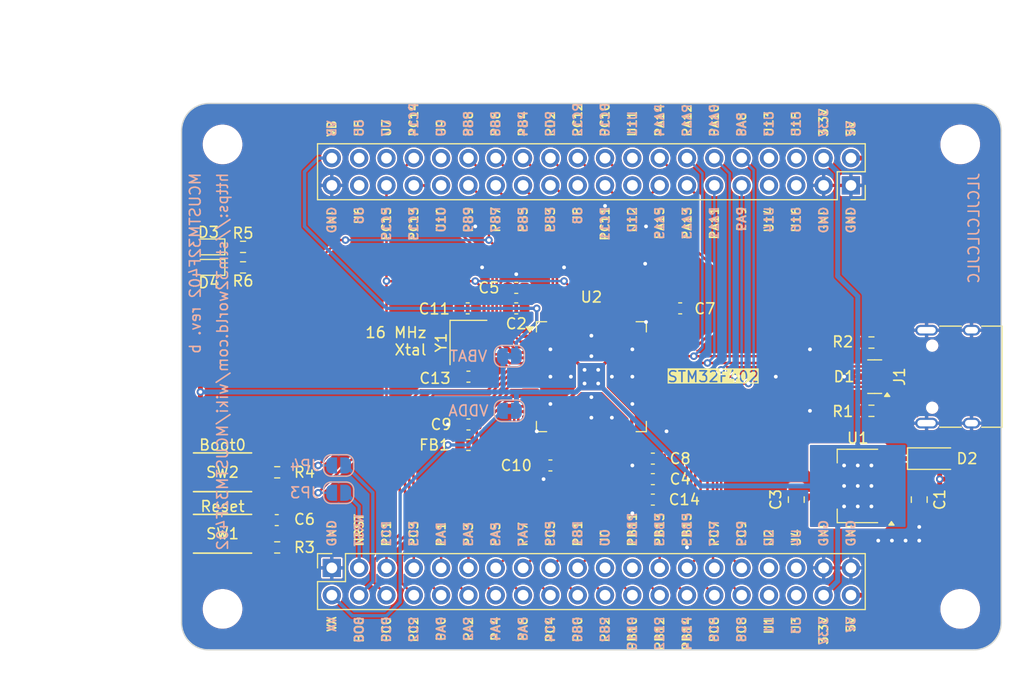
<source format=kicad_pcb>
(kicad_pcb (version 20241229) (generator "pcbnew") (generator_version "9.0")
  (title_block (title "${TITLE}") (rev "${REVISION}") (company "${COMPANY}") (comment 1 "${AUTHOR_EMAIL}") (comment 2 "${AUTHOR}") (comment 3 "${URL}"))
  (layers (0 "F.Cu" signal) (2 "B.Cu" signal) (13 "F.Paste" user) (15 "B.Paste" user) (5 "F.SilkS" user "F.Silkscreen") (7 "B.SilkS" user "B.Silkscreen") (1 "F.Mask" user) (3 "B.Mask" user) (25 "Edge.Cuts" user))
  (property "AUTHOR" "Lars Boegild Thomsen")
  (property "AUTHOR_EMAIL" "lth@stm32world.com")
  (property "COMPANY" "STM32World")
  (property "REVISION" "b")
  (property "TITLE" "MCUSTM32F402")
  (property "URL" "https://stm32world.com/wiki/MCUSTM32F402")
  (net 0 "")
  (net 1 "+3V3")
  (net 2 "GND")
  (net 3 "PB9")
  (net 4 "PB8")
  (net 5 "PB7")
  (net 6 "PB6")
  (net 7 "PB5")
  (net 8 "PB4")
  (net 9 "PB3")
  (net 10 "PD2")
  (net 11 "PC12")
  (net 12 "PC11")
  (net 13 "PC10")
  (net 14 "PA15")
  (net 15 "PA14")
  (net 16 "PA13")
  (net 17 "PA12")
  (net 18 "PA11")
  (net 19 "PA10")
  (net 20 "PA9")
  (net 21 "PA8")
  (net 22 "PC9")
  (net 23 "PC8")
  (net 24 "PC7")
  (net 25 "PC6")
  (net 26 "PB15")
  (net 27 "PB14")
  (net 28 "PB13")
  (net 29 "PB12")
  (net 30 "PB10")
  (net 31 "PB2")
  (net 32 "PB1")
  (net 33 "PB0")
  (net 34 "PC5")
  (net 35 "PC4")
  (net 36 "PA7")
  (net 37 "PA6")
  (net 38 "PA5")
  (net 39 "PA4")
  (net 40 "PA3")
  (net 41 "PA2")
  (net 42 "PA1")
  (net 43 "PA0")
  (net 44 "PC3")
  (net 45 "PC2")
  (net 46 "PC1")
  (net 47 "PC0")
  (net 48 "NRST")
  (net 49 "PC14")
  (net 50 "PC13")
  (net 51 "+5V")
  (net 52 "Net-(U2-PH0)")
  (net 53 "VBUS")
  (net 54 "Net-(U2-PH1)")
  (net 55 "BO0")
  (net 56 "VBAT")
  (net 57 "Net-(U2-VCAP1)")
  (net 58 "Net-(D4-K)")
  (net 59 "Net-(D3-K)")
  (net 60 "Net-(J1-CC1)")
  (net 62 "Net-(J1-CC2)")
  (net 78 "VA")
  (net 82 "VDDA")
  (net 83 "HNRST")
  (net 84 "HBO0")
  (footprint "Diode_SMD:D_SOD-123" (layer "F.Cu") (at 184.15 109.22)
    (property "Reference" "D2")
    (property "Value" "B5819W")
  )
  (footprint "stm32world:USB_C_Receptacle_HRO_TYPE-C-31-M-12" (layer "F.Cu") (at 186.69 101.6 90)
    (property "Reference" "J1")
    (property "Value" "TYPE-C-31-M-12")
  )
  (footprint "Capacitor_SMD:C_0603_1608Metric" (layer "F.Cu") (at 145.415 93.345 180)
    (property "Reference" "C5")
    (property "Value" "C_100NF_0603")
  )
  (footprint "Capacitor_SMD:C_0603_1608Metric" (layer "F.Cu") (at 160.655 95.25)
    (property "Reference" "C7")
    (property "Value" "C_100NF_0603")
  )
  (footprint "Capacitor_SMD:C_0603_1608Metric" (layer "F.Cu") (at 158.115 109.22)
    (property "Reference" "C8")
    (property "Value" "C_100NF_0603")
  )
  (footprint "Capacitor_SMD:C_0603_1608Metric" (layer "F.Cu") (at 148.59 109.855 180)
    (property "Reference" "C10")
    (property "Value" "C_100NF_0603")
  )
  (footprint "Package_TO_SOT_SMD:SOT-223-3_TabPin2" (layer "F.Cu") (at 177.165 111.76 180)
    (property "Reference" "U1")
    (property "Value" "AMS1117-3.3")
  )
  (footprint "Capacitor_SMD:C_0805_2012Metric" (layer "F.Cu") (at 182.88 113.03 -90)
    (property "Reference" "C1")
    (property "Value" "C_10UF_0805")
  )
  (footprint "Capacitor_SMD:C_0603_1608Metric" (layer "F.Cu") (at 123.15 114.935)
    (property "Reference" "C6")
    (property "Value" "C_100NF_0603")
  )
  (footprint "LED_SMD:LED_0603_1608Metric" (layer "F.Cu") (at 116.84 89.535 180)
    (property "Reference" "D3")
    (property "Value" "LED_GREEN_0603")
  )
  (footprint "LED_SMD:LED_0603_1608Metric" (layer "F.Cu") (at 116.84 91.44 180)
    (property "Reference" "D4")
    (property "Value" "LED_BLUE_0603")
  )
  (footprint "Resistor_SMD:R_0603_1608Metric" (layer "F.Cu") (at 178.435 104.775)
    (property "Reference" "R1")
    (property "Value" "R_5.1K_0603")
  )
  (footprint "Resistor_SMD:R_0603_1608Metric" (layer "F.Cu") (at 178.435 98.425)
    (property "Reference" "R2")
    (property "Value" "R_5.1K_0603")
  )
  (footprint "Resistor_SMD:R_0603_1608Metric" (layer "F.Cu") (at 120.015 89.535)
    (property "Reference" "R5")
    (property "Value" "R_220_0603")
  )
  (footprint "Resistor_SMD:R_0603_1608Metric" (layer "F.Cu") (at 120.015 91.44)
    (property "Reference" "R6")
    (property "Value" "R_220_0603")
  )
  (footprint "Capacitor_SMD:C_0603_1608Metric" (layer "F.Cu") (at 140.9 95.25)
    (property "Reference" "C11")
    (property "Value" "C_20PF_0603")
  )
  (footprint "Capacitor_SMD:C_0603_1608Metric" (layer "F.Cu") (at 140.97 101.6 180)
    (property "Reference" "C13")
    (property "Value" "C_20PF_0603")
  )
  (footprint "Capacitor_SMD:C_0603_1608Metric" (layer "F.Cu") (at 158.115 111.125)
    (property "Reference" "C4")
    (property "Value" "C_1UF_0603")
  )
  (footprint "Capacitor_SMD:C_0603_1608Metric" (layer "F.Cu") (at 158.115 113.03)
    (property "Reference" "C14")
    (property "Value" "C_2.2UF_0603")
  )
  (footprint "Resistor_SMD:R_0603_1608Metric" (layer "F.Cu") (at 123.19 117.475 180)
    (property "Reference" "R3")
    (property "Value" "R_10K_0603")
  )
  (footprint "Resistor_SMD:R_0603_1608Metric" (layer "F.Cu") (at 123.19 110.49)
    (property "Reference" "R4")
    (property "Value" "R_10K_0603")
  )
  (footprint "Crystal:Crystal_SMD_3225-4Pin_3.2x2.5mm" (layer "F.Cu") (at 140.97 98.425 -90)
    (property "Reference" "Y1")
    (property "Value" "X_16MHZ")
  )
  (footprint "Capacitor_SMD:C_0805_2012Metric" (layer "F.Cu") (at 171.45 113.03 -90)
    (property "Reference" "C3")
    (property "Value" "C_10UF_0805")
  )
  (footprint "Capacitor_SMD:C_0603_1608Metric" (layer "F.Cu") (at 140.97 106.045 180)
    (property "Reference" "C9")
    (property "Value" "C_100NF_0603")
  )
  (footprint "stm32world:PinSocket_2x20_P2.54mm_Vertical_Stackable" (layer "F.Cu") (at 128.27 119.38 90)
    (property "Reference" "J2" (hide yes))
    (property "Value" "STM32WORLD_CONNECTOR_1")
  )
  (footprint "Inductor_SMD:L_0603_1608Metric" (layer "F.Cu") (at 140.97 107.95)
    (property "Reference" "FB1")
    (property "Value" "FB_0603")
  )
  (footprint "stm32world:TS-1088R-02526" (layer "F.Cu") (at 118.11 116.205)
    (property "Reference" "SW1")
    (property "Value" "TS-1088R-02526")
  )
  (footprint "stm32world:TS-1088R-02526" (layer "F.Cu") (at 118.11 110.49 180)
    (property "Reference" "SW2")
    (property "Value" "TS-1088R-02526")
  )
  (footprint "stm32world:PinSocket_2x20_P2.54mm_Vertical_Stackable" (layer "F.Cu") (at 176.53 83.82 -90)
    (property "Reference" "J3" (hide yes))
    (property "Value" "STM32WORLD_CONNECTOR_2")
  )
  (footprint "Capacitor_SMD:C_0603_1608Metric" (layer "F.Cu") (at 145.415 95.25 180)
    (property "Reference" "C2")
    (property "Value" "C_100NF_0603")
  )
  (footprint "Package_QFP:LQFP-64_10x10mm_P0.5mm" (layer "F.Cu") (at 152.4 101.6)
    (property "Reference" "U2")
    (property "Value" "STM32F402RCTx")
  )
  (footprint "stm32world:STM32WORLD_BOARD" (layer "F.Cu") (at 152.4 101.6)
    (property "Reference" "J4" (hide yes))
    (property "Value" "STM32WORLD_BOARD")
    (fp_line (start -38.1 22.86) (end -38.1 -22.86) (stroke (width 0.12)) (layer "Edge.Cuts"))
    (fp_line (start -35.56 -25.4) (end 35.56 -25.4) (stroke (width 0.12)) (layer "Edge.Cuts"))
    (fp_line (start 35.56 25.4) (end -35.56 25.4) (stroke (width 0.12)) (layer "Edge.Cuts"))
    (fp_line (start 38.1 -22.86) (end 38.1 22.86) (stroke (width 0.12)) (layer "Edge.Cuts"))
    (fp_arc (start -38.1 -22.86) (mid -37.356051 -24.656051) (end -35.56 -25.4) (stroke (width 0.12)) (layer "Edge.Cuts"))
    (fp_arc (start -35.56 25.4) (mid -37.356051 24.656051) (end -38.1 22.86) (stroke (width 0.12)) (layer "Edge.Cuts"))
    (fp_arc (start 35.56 -25.4) (mid 37.356051 -24.656051) (end 38.1 -22.86) (stroke (width 0.12)) (layer "Edge.Cuts"))
    (fp_arc (start 38.1 22.86) (mid 37.356051 24.656051) (end 35.56 25.4) (stroke (width 0.12)) (layer "Edge.Cuts"))
  )
  (footprint "Package_TO_SOT_SMD:SOT-23" (layer "F.Cu") (at 178.7375 101.6 180)
    (property "Reference" "D1")
    (property "Value" "PSM712")
  )
  (footprint "Jumper:SolderJumper-2_P1.3mm_Bridged_RoundedPad1.0x1.5mm" (layer "B.Cu") (at 144.78 104.775 180)
    (property "Reference" "JP2" (hide yes))
    (property "Value" "SolderJumper_2_Bridged")
  )
  (footprint "Jumper:SolderJumper-2_P1.3mm_Bridged_RoundedPad1.0x1.5mm" (layer "B.Cu") (at 144.78 99.695)
    (property "Reference" "JP1" (hide yes))
    (property "Value" "SolderJumper_2_Bridged")
  )
  (footprint "Jumper:SolderJumper-2_P1.3mm_Open_RoundedPad1.0x1.5mm" (layer "B.Cu") (at 128.905 112.395)
    (property "Reference" "JP3")
    (property "Value" "JUMP2")
  )
  (footprint "Jumper:SolderJumper-2_P1.3mm_Open_RoundedPad1.0x1.5mm" (layer "B.Cu") (at 128.905 109.855)
    (property "Reference" "JP4")
    (property "Value" "JUMP2")
  )
  (gr_text "Reset" (at 118.11 113.665 0) (layer "F.SilkS") (effects (font (size 1 1))))
  (gr_text "Boot0" (at 118.11 107.95 0) (layer "F.SilkS") (effects (font (size 1 1))))
  (gr_text "STM32F402" (at 159.385 101.6 0) (layer "F.SilkS" knockout) (effects (font (size 1 1)) (justify left)))
  (gr_text "16 MHz\nXtal" (at 137.16 99.695 0) (layer "F.SilkS") (effects (font (size 1 1)) (justify right bottom)))
  (gr_text "VDDA" (at 140.97 104.775 0) (layer "B.SilkS") (effects (font (size 1 1)) (justify mirror)))
  (gr_text "VBAT" (at 140.97 99.695 0) (layer "B.SilkS") (effects (font (size 1 1)) (justify mirror)))
  (segment (start 153.035 102.235) (end 156.15 105.35) (width 0.3048) (layer "F.Cu") (net 1))
  (segment (start 118.1433 115.2633) (end 118.1433 116.8733) (width 0.2286) (layer "F.Cu") (net 1))
  (segment (start 156.15 105.35) (end 156.15 107.275) (width 0.3048) (layer "F.Cu") (net 1))
  (segment (start 148.65 97.85) (end 148.65 95.925) (width 0.3048) (layer "F.Cu") (net 1))
  (segment (start 158.075 97.85) (end 158.075 97.055) (width 0.3048) (layer "F.Cu") (net 1))
  (segment (start 156.845 109.22) (end 156.21 108.585) (width 0.3048) (layer "F.Cu") (net 1))
  (segment (start 156.15 108.525) (end 156.15 107.275) (width 0.3048) (layer "F.Cu") (net 1))
  (segment (start 119.4867 118.2167) (end 123.2733 118.2167) (width 0.2286) (layer "F.Cu") (net 1))
  (segment (start 156.15 108.525) (end 156.21 108.585) (width 0.2286) (layer "F.Cu") (net 1))
  (segment (start 123.2733 118.2167) (end 124.015 117.475) (width 0.2286) (layer "F.Cu") (net 1))
  (segment (start 151.765 100.965) (end 153.035 100.965) (width 0.4572) (layer "F.Cu") (net 1))
  (segment (start 149.365 108.725) (end 149.365 109.855) (width 0.3048) (layer "F.Cu") (net 1))
  (segment (start 157.34 109.22) (end 156.845 109.22) (width 0.3048) (layer "F.Cu") (net 1))
  (segment (start 151.765 100.965) (end 148.65 97.85) (width 0.3048) (layer "F.Cu") (net 1))
  (segment (start 149.65 107.275) (end 149.65 108.44) (width 0.3048) (layer "F.Cu") (net 1))
  (segment (start 151.765 102.235) (end 151.765 100.965) (width 0.4572) (layer "F.Cu") (net 1))
  (segment (start 156.15 97.85) (end 153.035 100.965) (width 0.3048) (layer "F.Cu") (net 1))
  (segment (start 149.65 108.44) (end 149.365 108.725) (width 0.3048) (layer "F.Cu") (net 1))
  (segment (start 116.0525 89.535) (end 116.0525 110.3475) (width 0.4572) (layer "F.Cu") (net 1))
  (segment (start 118.1433 116.8733) (end 119.4867 118.2167) (width 0.2286) (layer "F.Cu") (net 1))
  (segment (start 149.65 104.35) (end 151.765 102.235) (width 0.3048) (layer "F.Cu") (net 1))
  (segment (start 157.34 109.22) (end 157.34 111.125) (width 0.3048) (layer "F.Cu") (net 1))
  (segment (start 115.91 110.49) (end 115.91 113.03) (width 0.2286) (layer "F.Cu") (net 1))
  (segment (start 158.075 97.85) (end 156.15 97.85) (width 0.3048) (layer "F.Cu") (net 1))
  (segment (start 147.32 93.345) (end 146.19 93.345) (width 0.3048) (layer "F.Cu") (net 1))
  (segment (start 115.91 113.03) (end 118.1433 115.2633) (width 0.2286) (layer "F.Cu") (net 1))
  (segment (start 148.65 95.925) (end 148.65 94.675) (width 0.3048) (layer "F.Cu") (net 1))
  (segment (start 153.035 100.965) (end 153.035 102.235) (width 0.4572) (layer "F.Cu") (net 1))
  (segment (start 171.45 112.08) (end 173.695 112.08) (width 0.4572) (layer "F.Cu") (net 1))
  (segment (start 158.075 97.055) (end 159.88 95.25) (width 0.3048) (layer "F.Cu") (net 1))
  (segment (start 149.65 107.275) (end 149.65 104.35) (width 0.3048) (layer "F.Cu") (net 1))
  (segment (start 153.035 102.235) (end 151.765 102.235) (width 0.4572) (layer "F.Cu") (net 1))
  (segment (start 178.435 111.76) (end 180.315 111.76) (width 0.4572) (layer "F.Cu") (net 1))
  (segment (start 148.65 94.675) (end 147.32 93.345) (width 0.3048) (layer "F.Cu") (net 1))
  (via (at 178.435 109.855) (size 0.7) (drill 0.35) (layers "F.Cu" "B.Cu") (net 1))
  (via (at 177.165 109.855) (size 0.7) (drill 0.35) (layers "F.Cu" "B.Cu") (net 1))
  (via (at 175.895 109.855) (size 0.7) (drill 0.35) (layers "F.Cu" "B.Cu") (net 1))
  (via (at 175.895 113.665) (size 0.7) (drill 0.35) (layers "F.Cu" "B.Cu") (net 1))
  (via (at 177.165 113.665) (size 0.7) (drill 0.35) (layers "F.Cu" "B.Cu") (net 1))
  (via (at 178.435 113.665) (size 0.7) (drill 0.35) (layers "F.Cu" "B.Cu") (net 1))
  (via (at 151.765 100.965) (size 0.7) (drill 0.35) (layers "F.Cu" "B.Cu") (net 1))
  (via (at 175.895 111.76) (size 0.7) (drill 0.35) (layers "F.Cu" "B.Cu") (net 1))
  (via (at 116.0525 103.0225) (size 0.7) (drill 0.35) (layers "F.Cu" "B.Cu") (net 1))
  (via (at 153.035 100.965) (size 0.7) (drill 0.35) (layers "F.Cu" "B.Cu") (net 1))
  (via (at 177.165 111.76) (size 0.7) (drill 0.35) (layers "F.Cu" "B.Cu") (net 1))
  (via (at 151.765 102.235) (size 0.7) (drill 0.35) (layers "F.Cu" "B.Cu") (net 1))
  (via (at 178.435 111.76) (size 0.7) (drill 0.35) (layers "F.Cu" "B.Cu") (net 1))
  (via (at 153.035 102.235) (size 0.7) (drill 0.35) (layers "F.Cu" "B.Cu") (net 1))
  (segment (start 144.1825 103.0225) (end 150.9775 103.0225) (width 0.4572) (layer "B.Cu") (net 1))
  (segment (start 145.43 104.775) (end 145.43 103.16) (width 0.4572) (layer "B.Cu") (net 1))
  (segment (start 177.165 94.125) (end 177.165 109.855) (width 0.4572) (layer "B.Cu") (net 1))
  (segment (start 153.035 102.235) (end 153.035 100.965) (width 0.4572) (layer "B.Cu") (net 1))
  (segment (start 175.298999 82.588999) (end 175.298999 92.258999) (width 0.4572) (layer "B.Cu") (net 1))
  (segment (start 144.1825 103.0225) (end 116.0525 103.0225) (width 0.4572) (layer "B.Cu") (net 1))
  (segment (start 173.99 81.28) (end 175.298999 82.588999) (width 0.4572) (layer "B.Cu") (net 1))
  (segment (start 175.298999 115.531001) (end 175.298999 120.611001) (width 0.4572) (layer "B.Cu") (net 1))
  (segment (start 151.765 100.965) (end 151.765 102.235) (width 0.4572) (layer "B.Cu") (net 1))
  (segment (start 175.298999 92.258999) (end 177.165 94.125) (width 0.4572) (layer "B.Cu") (net 1))
  (segment (start 177.165 113.665) (end 175.298999 115.531001) (width 0.4572) (layer "B.Cu") (net 1))
  (segment (start 175.298999 120.611001) (end 173.99 121.92) (width 0.4572) (layer "B.Cu") (net 1))
  (segment (start 151.765 102.235) (end 150.9775 103.0225) (width 0.4572) (layer "B.Cu") (net 1))
  (segment (start 177.165 111.76) (end 162.56 111.76) (width 0.4572) (layer "B.Cu") (net 1))
  (segment (start 153.035 102.235) (end 162.56 111.76) (width 0.4572) (layer "B.Cu") (net 1))
  (segment (start 151.765 102.235) (end 153.035 102.235) (width 0.4572) (layer "B.Cu") (net 1))
  (segment (start 144.1825 103.0225) (end 144.1825 99.7475) (width 0.4572) (layer "B.Cu") (net 1))
  (segment (start 153.035 100.965) (end 151.765 100.965) (width 0.4572) (layer "B.Cu") (net 1))
  (via (at 159.385 106.68) (size 0.7) (drill 0.35) (layers "F.Cu" "B.Cu") (net 2))
  (via (at 156.21 114.3) (size 0.7) (drill 0.35) (layers "F.Cu" "B.Cu") (net 2))
  (via (at 161.29 117.475) (size 0.7) (drill 0.35) (layers "F.Cu" "B.Cu") (net 2))
  (via (at 156.21 99.06) (size 0.7) (drill 0.35) (layers "F.Cu" "B.Cu") (net 2))
  (via (at 153.67 85.725) (size 0.7) (drill 0.35) (layers "F.Cu" "B.Cu") (net 2))
  (via (at 157.4 91.1) (size 0.7) (drill 0.35) (layers "F.Cu" "B.Cu") (net 2))
  (via (at 156.21 101.6) (size 0.7) (drill 0.35) (layers "F.Cu" "B.Cu") (net 2))
  (via (at 148.59 104.14) (size 0.7) (drill 0.35) (layers "F.Cu" "B.Cu") (net 2))
  (via (at 180.34 116.84) (size 0.7) (drill 0.35) (layers "F.Cu" "B.Cu") (net 2))
  (via (at 152.4 105.41) (size 0.7) (drill 0.35) (layers "F.Cu" "B.Cu") (net 2))
  (via (at 152.4 103.505) (size 0.7) (drill 0.35) (layers "F.Cu" "B.Cu") (net 2))
  (via (at 152.4 97.79) (size 0.7) (drill 0.35) (layers "F.Cu" "B.Cu") (net 2))
  (via (at 175.895 101.6) (size 0.7) (drill 0.35) (layers "F.Cu" "B.Cu") (net 2))
  (via (at 172.72 99.06) (size 0.7) (drill 0.35) (layers "F.Cu" "B.Cu") (net 2))
  (via (at 147.32 106.68) (size 0.7) (drill 0.35) (layers "F.Cu" "B.Cu") (net 2))
  (via (at 182.88 116.84) (size 0.7) (drill 0.35) (layers "F.Cu" "B.Cu") (net 2))
  (via (at 154.305 101.6) (size 0.7) (drill 0.35) (layers "F.Cu" "B.Cu") (net 2))
  (via (at 182.88 115.57) (size 0.7) (drill 0.35) (layers "F.Cu" "B.Cu") (net 2))
  (via (at 157.48 87.63) (size 0.7) (drill 0.35) (layers "F.Cu" "B.Cu") (net 2))
  (via (at 154.305 105.41) (size 0.7) (drill 0.35) (layers "F.Cu" "B.Cu") (net 2))
  (via (at 150.495 101.6) (size 0.7) (drill 0.35) (layers "F.Cu" "B.Cu") (net 2))
  (via (at 172.72 104.775) (size 0.7) (drill 0.35) (layers "F.Cu" "B.Cu") (net 2))
  (via (at 142.24 91.44) (size 0.7) (drill 0.35) (layers "F.Cu" "B.Cu") (net 2))
  (via (at 157.48 96.52) (size 0.7) (drill 0.35) (layers "F.Cu" "B.Cu") (net 2))
  (via (at 156.21 104.14) (size 0.7) (drill 0.35) (layers "F.Cu" "B.Cu") (net 2))
  (via (at 156.21 109.855) (size 0.7) (drill 0.35) (layers "F.Cu" "B.Cu") (net 2))
  (via (at 179.07 116.84) (size 0.7) (drill 0.35) (layers "F.Cu" "B.Cu") (net 2))
  (via (at 148.59 99.06) (size 0.7) (drill 0.35) (layers "F.Cu" "B.Cu") (net 2))
  (via (at 148.59 101.6) (size 0.7) (drill 0.35) (layers "F.Cu" "B.Cu") (net 2))
  (via (at 139.065 106.045) (size 0.7) (drill 0.35) (layers "F.Cu" "B.Cu") (net 2))
  (via (at 149.86 91.44) (size 0.7) (drill 0.35) (layers "F.Cu" "B.Cu") (net 2))
  (via (at 147.955 111.125) (size 0.7) (drill 0.35) (layers "F.Cu" "B.Cu") (net 2))
  (via (at 169.545 101.6) (size 0.7) (drill 0.35) (layers "F.Cu" "B.Cu") (net 2))
  (via (at 152.4 99.695) (size 0.7) (drill 0.35) (layers "F.Cu" "B.Cu") (net 2))
  (via (at 141.605 87.63) (size 0.7) (drill 0.35) (layers "F.Cu" "B.Cu") (net 2))
  (via (at 145.415 92.075) (size 0.7) (drill 0.35) (layers "F.Cu" "B.Cu") (net 2))
  (via (at 181.61 116.84) (size 0.7) (drill 0.35) (layers "F.Cu" "B.Cu") (net 2))
  (segment (start 144.189999 86.149999) (end 146.474999 86.149999) (width 0.2286) (layer "F.Cu") (net 3))
  (segment (start 147.32 86.995) (end 148.59 86.995) (width 0.2286) (layer "F.Cu") (net 3))
  (segment (start 148.816725 93.118275) (end 149.65 93.95155) (width 0.2286) (layer "F.Cu") (net 3))
  (segment (start 148.59 86.995) (end 148.816725 87.221725) (width 0.2286) (layer "F.Cu") (net 3))
  (segment (start 143.48 85.44) (end 144.189999 86.149999) (width 0.2286) (layer "F.Cu") (net 3))
  (segment (start 148.816725 87.221725) (end 148.816725 93.118275) (width 0.2286) (layer "F.Cu") (net 3))
  (segment (start 146.474999 86.149999) (end 147.32 86.995) (width 0.2286) (layer "F.Cu") (net 3))
  (segment (start 149.65 93.95155) (end 149.65 95.925) (width 0.2286) (layer "F.Cu") (net 3))
  (segment (start 142.72 85.44) (end 143.48 85.44) (width 0.2286) (layer "F.Cu") (net 3))
  (segment (start 141.1 83.82) (end 142.72 85.44) (width 0.2286) (layer "F.Cu") (net 3))
  (segment (start 142.215581 82.525581) (end 140.97 81.28) (width 0.2286) (layer "F.Cu") (net 4))
  (segment (start 150.15 93.91272) (end 149.197736 92.960456) (width 0.2286) (layer "F.Cu") (net 4))
  (segment (start 150.15 95.925) (end 150.15 93.91272) (width 0.2286) (layer "F.Cu") (net 4))
  (segment (start 145.997098 85.768988) (end 144.347818 85.768988) (width 0.2286) (layer "F.Cu") (net 4))
  (segment (start 144.347818 85.768988) (end 143.637819 85.058989) (width 0.2286) (layer "F.Cu") (net 4))
  (segment (start 147.382101 86.518991) (end 146.632608 85.769498) (width 0.2286) (layer "F.Cu") (net 4))
  (segment (start 143.637819 85.058989) (end 142.877819 85.058989) (width 0.2286) (layer "F.Cu") (net 4))
  (segment (start 142.877819 85.058989) (end 142.215581 84.396751) (width 0.2286) (layer "F.Cu") (net 4))
  (segment (start 146.632608 85.769498) (end 145.997608 85.769498) (width 0.2286) (layer "F.Cu") (net 4))
  (segment (start 142.215581 84.396751) (end 142.215581 82.525581) (width 0.2286) (layer "F.Cu") (net 4))
  (segment (start 149.197736 92.960456) (end 149.197736 87.063906) (width 0.2286) (layer "F.Cu") (net 4))
  (segment (start 149.197736 87.063906) (end 148.652821 86.518991) (width 0.2286) (layer "F.Cu") (net 4))
  (segment (start 145.997608 85.769498) (end 145.997098 85.768988) (width 0.2286) (layer "F.Cu") (net 4))
  (segment (start 148.652821 86.518991) (end 147.382101 86.518991) (width 0.2286) (layer "F.Cu") (net 4))
  (segment (start 148.794184 86.079734) (end 147.480954 86.079734) (width 0.2286) (layer "F.Cu") (net 5))
  (segment (start 151.15 88.43555) (end 148.794184 86.079734) (width 0.2286) (layer "F.Cu") (net 5))
  (segment (start 146.277711 85.317711) (end 144.755371 85.317711) (width 0.2286) (layer "F.Cu") (net 5))
  (segment (start 151.15 95.925) (end 151.15 88.43555) (width 0.2286) (layer "F.Cu") (net 5))
  (segment (start 146.348997 85.388997) (end 146.277711 85.317711) (width 0.2286) (layer "F.Cu") (net 5))
  (segment (start 144.755371 85.317711) (end 143.51 84.07234) (width 0.2286) (layer "F.Cu") (net 5))
  (segment (start 146.790217 85.388997) (end 146.348997 85.388997) (width 0.2286) (layer "F.Cu") (net 5))
  (segment (start 147.480954 86.079734) (end 146.790217 85.388997) (width 0.2286) (layer "F.Cu") (net 5))
  (segment (start 146.507326 85.008496) (end 146.43553 84.9367) (width 0.2286) (layer "F.Cu") (net 6))
  (segment (start 144.626701 84.590211) (end 144.626701 82.396701) (width 0.2286) (layer "F.Cu") (net 6))
  (segment (start 146.43553 84.9367) (end 144.97319 84.9367) (width 0.2286) (layer "F.Cu") (net 6))
  (segment (start 151.65 95.925) (end 151.65 88.39744) (width 0.2286) (layer "F.Cu") (net 6))
  (segment (start 146.947826 85.008496) (end 146.507326 85.008496) (width 0.2286) (layer "F.Cu") (net 6))
  (segment (start 151.65 88.39744) (end 148.951283 85.698723) (width 0.2286) (layer "F.Cu") (net 6))
  (segment (start 148.951283 85.698723) (end 147.638053 85.698723) (width 0.2286) (layer "F.Cu") (net 6))
  (segment (start 144.626701 82.396701) (end 143.51 81.28) (width 0.2286) (layer "F.Cu") (net 6))
  (segment (start 147.638053 85.698723) (end 146.947826 85.008496) (width 0.2286) (layer "F.Cu") (net 6))
  (segment (start 144.97319 84.9367) (end 144.626701 84.590211) (width 0.2286) (layer "F.Cu") (net 6))
  (segment (start 147.795152 85.317712) (end 147.105435 84.627995) (width 0.2286) (layer "F.Cu") (net 7))
  (segment (start 152.15 95.925) (end 152.15 88.35933) (width 0.2286) (layer "F.Cu") (net 7))
  (segment (start 147.105435 84.627995) (end 146.665655 84.627995) (width 0.2286) (layer "F.Cu") (net 7))
  (segment (start 152.15 88.35933) (end 149.108382 85.317712) (width 0.2286) (layer "F.Cu") (net 7))
  (segment (start 149.108382 85.317712) (end 147.795152 85.317712) (width 0.2286) (layer "F.Cu") (net 7))
  (segment (start 146.665655 84.627995) (end 146.05 84.01234) (width 0.2286) (layer "F.Cu") (net 7))
  (segment (start 149.265481 84.936701) (end 152.65 88.32122) (width 0.2286) (layer "F.Cu") (net 8))
  (segment (start 147.166701 84.151151) (end 147.952251 84.936701) (width 0.2286) (layer "F.Cu") (net 8))
  (segment (start 152.65 88.32122) (end 152.65 95.925) (width 0.2286) (layer "F.Cu") (net 8))
  (segment (start 146.05 81.28) (end 147.166701 82.396701) (width 0.2286) (layer "F.Cu") (net 8))
  (segment (start 147.952251 84.936701) (end 149.265481 84.936701) (width 0.2286) (layer "F.Cu") (net 8))
  (segment (start 147.166701 82.396701) (end 147.166701 84.151151) (width 0.2286) (layer "F.Cu") (net 8))
  (segment (start 151.760821 86.740501) (end 148.84032 83.82) (width 0.2286) (layer "F.Cu") (net 9))
  (segment (start 153.15 95.925) (end 153.15 88.12896) (width 0.2286) (layer "F.Cu") (net 9))
  (segment (start 151.761541 86.740501) (end 151.760821 86.740501) (width 0.2286) (layer "F.Cu") (net 9))
  (segment (start 153.15 88.12896) (end 151.761541 86.740501) (width 0.2286) (layer "F.Cu") (net 9))
  (segment (start 150.013299 84.454149) (end 153.65 88.09085) (width 0.2286) (layer "F.Cu") (net 10))
  (segment (start 148.59 81.28) (end 150.013299 82.703299) (width 0.2286) (layer "F.Cu") (net 10))
  (segment (start 153.65 88.09085) (end 153.65 95.925) (width 0.2286) (layer "F.Cu") (net 10))
  (segment (start 150.013299 82.703299) (end 150.013299 84.454149) (width 0.2286) (layer "F.Cu") (net 10))
  (segment (start 154.15 88.02) (end 154.15 95.925) (width 0.2286) (layer "F.Cu") (net 11))
  (segment (start 152.246701 86.116701) (end 154.15 88.02) (width 0.2286) (layer "F.Cu") (net 11))
  (segment (start 152.246701 82.396701) (end 152.246701 86.116701) (width 0.2286) (layer "F.Cu") (net 11))
  (segment (start 151.13 81.28) (end 152.246701 82.396701) (width 0.2286) (layer "F.Cu") (net 11))
  (segment (start 154.65 95.925) (end 154.65 84.8) (width 0.2286) (layer "F.Cu") (net 12))
  (segment (start 154.65 84.8) (end 153.67 83.82) (width 0.2286) (layer "F.Cu") (net 12))
  (segment (start 154.786701 82.396701) (end 153.67 81.28) (width 0.2286) (layer "F.Cu") (net 13))
  (segment (start 155.15 84.412718) (end 154.786701 84.049419) (width 0.2286) (layer "F.Cu") (net 13))
  (segment (start 154.786701 84.049419) (end 154.786701 82.396701) (width 0.2286) (layer "F.Cu") (net 13))
  (segment (start 155.15 95.925) (end 155.15 84.412718) (width 0.2286) (layer "F.Cu") (net 13))
  (segment (start 155.65 85.88117) (end 156.672181 84.858989) (width 0.2286) (layer "F.Cu") (net 14))
  (segment (start 155.65 95.925) (end 155.65 85.88117) (width 0.2286) (layer "F.Cu") (net 14))
  (segment (start 156.672181 84.858989) (end 157.711011 84.858989) (width 0.2286) (layer "F.Cu") (net 14))
  (segment (start 157.711011 84.858989) (end 158.75 83.82) (width 0.2286) (layer "F.Cu") (net 14))
  (segment (start 156.15 95.925) (end 156.15 85.92) (width 0.2286) (layer "F.Cu") (net 15))
  (segment (start 156.83 85.24) (end 159.235 85.24) (width 0.2286) (layer "F.Cu") (net 15))
  (segment (start 160.02 84.455) (end 160.02 82.55) (width 0.2286) (layer "F.Cu") (net 15))
  (segment (start 156.15 85.92) (end 156.83 85.24) (width 0.2286) (layer "F.Cu") (net 15))
  (segment (start 160.02 82.55) (end 158.75 81.28) (width 0.2286) (layer "F.Cu") (net 15))
  (segment (start 159.235 85.24) (end 160.02 84.455) (width 0.2286) (layer "F.Cu") (net 15))
  (segment (start 162.306009 90.006009) (end 162.306009 84.836009) (width 0.2286) (layer "F.Cu") (net 16))
  (segment (start 158.075 98.85) (end 162.15 98.85) (width 0.2286) (layer "F.Cu") (net 16))
  (segment (start 163.65 97.35) (end 163.65 91.35) (width 0.2286) (layer "F.Cu") (net 16))
  (segment (start 162.306009 84.836009) (end 161.29 83.82) (width 0.2286) (layer "F.Cu") (net 16))
  (segment (start 163.65 91.35) (end 162.306009 90.006009) (width 0.2286) (layer "F.Cu") (net 16))
  (segment (start 162.15 98.85) (end 163.65 97.35) (width 0.2286) (layer "F.Cu") (net 16))
  (segment (start 182.645 100.85) (end 181.6914 100.85) (width 0.2286) (layer "F.Cu") (net 17))
  (segment (start 158.075 99.35) (end 161 99.35) (width 0.2286) (layer "F.Cu") (net 17))
  (segment (start 181.070062 100.85) (end 180.870062 100.65) (width 0.2286) (layer "F.Cu") (net 17))
  (segment (start 161.345 99.695) (end 161 99.35) (width 0.2286) (layer "F.Cu") (net 17))
  (segment (start 181.6914 100.85) (end 181.653299 100.888101) (width 0.2286) (layer "F.Cu") (net 17))
  (segment (start 161.925 99.695) (end 172.085 99.695) (width 0.2286) (layer "F.Cu") (net 17))
  (segment (start 172.085 99.695) (end 173.04 100.65) (width 0.2286) (layer "F.Cu") (net 17))
  (segment (start 181.653299 101.713361) (end 181.789938 101.85) (width 0.2286) (layer "F.Cu") (net 17))
  (segment (start 182.645 100.85) (end 181.070062 100.85) (width 0.2286) (layer "F.Cu") (net 17))
  (segment (start 181.789938 101.85) (end 182.645 101.85) (width 0.2286) (layer "F.Cu") (net 17))
  (segment (start 180.870062 100.65) (end 179.675 100.65) (width 0.2286) (layer "F.Cu") (net 17))
  (segment (start 173.04 100.65) (end 179.675 100.65) (width 0.2286) (layer "F.Cu") (net 17))
  (segment (start 181.653299 100.888101) (end 181.653299 101.713361) (width 0.2286) (layer "F.Cu") (net 17))
  (segment (start 161.925 99.695) (end 161.345 99.695) (width 0.2286) (layer "F.Cu") (net 17))
  (via (at 161.925 99.695) (size 0.7) (drill 0.35) (layers "F.Cu" "B.Cu") (net 17))
  (segment (start 161.29 81.28) (end 162.713299 82.703299) (width 0.2286) (layer "B.Cu") (net 17))
  (segment (start 162.713299 98.906701) (end 161.925 99.695) (width 0.2286) (layer "B.Cu") (net 17))
  (segment (start 162.713299 82.703299) (end 162.713299 98.906701) (width 0.2286) (layer "B.Cu") (net 17))
  (segment (start 160.81 99.85) (end 161.29 100.33) (width 0.2286) (layer "F.Cu") (net 18))
  (segment (start 183.636701 102.213361) (end 183.500062 102.35) (width 0.2286) (layer "F.Cu") (net 18))
  (segment (start 183.636701 101.388101) (end 183.636701 102.213361) (width 0.2286) (layer "F.Cu") (net 18))
  (segment (start 179.675 102.55) (end 180.875 102.55) (width 0.2286) (layer "F.Cu") (net 18))
  (segment (start 158.075 99.85) (end 160.81 99.85) (width 0.2286) (layer "F.Cu") (net 18))
  (segment (start 182.645 101.35) (end 183.5986 101.35) (width 0.2286) (layer "F.Cu") (net 18))
  (segment (start 180.875 102.55) (end 181.075 102.35) (width 0.2286) (layer "F.Cu") (net 18))
  (segment (start 161.29 100.33) (end 170.18 100.33) (width 0.2286) (layer "F.Cu") (net 18))
  (segment (start 182.645 102.35) (end 181.075 102.35) (width 0.2286) (layer "F.Cu") (net 18))
  (segment (start 183.5986 101.35) (end 183.636701 101.388101) (width 0.2286) (layer "F.Cu") (net 18))
  (segment (start 172.4 102.55) (end 179.675 102.55) (width 0.2286) (layer "F.Cu") (net 18))
  (segment (start 183.500062 102.35) (end 182.645 102.35) (width 0.2286) (layer "F.Cu") (net 18))
  (segment (start 170.18 100.33) (end 172.4 102.55) (width 0.2286) (layer "F.Cu") (net 18))
  (via (at 163.195 100.33) (size 0.7) (drill 0.35) (layers "F.Cu" "B.Cu") (net 18))
  (segment (start 163.195 100.33) (end 163.83 99.695) (width 0.2286) (layer "B.Cu") (net 18))
  (segment (start 163.83 99.695) (end 163.83 83.82) (width 0.2286) (layer "B.Cu") (net 18))
  (segment (start 161.38617 100.965) (end 164.465 100.965) (width 0.2286) (layer "F.Cu") (net 19))
  (segment (start 160.77117 100.35) (end 161.38617 100.965) (width 0.2286) (layer "F.Cu") (net 19))
  (segment (start 158.075 100.35) (end 160.77117 100.35) (width 0.2286) (layer "F.Cu") (net 19))
  (via (at 164.465 100.965) (size 0.7) (drill 0.35) (layers "F.Cu" "B.Cu") (net 19))
  (segment (start 165.253299 100.176701) (end 165.253299 82.703299) (width 0.2286) (layer "B.Cu") (net 19))
  (segment (start 164.465 100.965) (end 165.253299 100.176701) (width 0.2286) (layer "B.Cu") (net 19))
  (segment (start 165.253299 82.703299) (end 163.83 81.28) (width 0.2286) (layer "B.Cu") (net 19))
  (segment (start 158.075 100.85) (end 160.73234 100.85) (width 0.2286) (layer "F.Cu") (net 20))
  (segment (start 161.48234 101.6) (end 165.735 101.6) (width 0.2286) (layer "F.Cu") (net 20))
  (segment (start 160.73234 100.85) (end 161.48234 101.6) (width 0.2286) (layer "F.Cu") (net 20))
  (via (at 165.735 101.6) (size 0.7) (drill 0.35) (layers "F.Cu" "B.Cu") (net 20))
  (segment (start 165.735 101.6) (end 166.37 100.965) (width 0.2286) (layer "B.Cu") (net 20))
  (segment (start 166.37 100.965) (end 166.37 83.82) (width 0.2286) (layer "B.Cu") (net 20))
  (segment (start 161.57851 102.235) (end 167.005 102.235) (width 0.2286) (layer "F.Cu") (net 21))
  (segment (start 158.075 101.35) (end 160.69351 101.35) (width 0.2286) (layer "F.Cu") (net 21))
  (segment (start 160.69351 101.35) (end 161.57851 102.235) (width 0.2286) (layer "F.Cu") (net 21))
  (via (at 167.005 102.235) (size 0.7) (drill 0.35) (layers "F.Cu" "B.Cu") (net 21))
  (segment (start 167.486701 101.753299) (end 167.486701 82.396701) (width 0.2286) (layer "B.Cu") (net 21))
  (segment (start 167.005 102.235) (end 167.486701 101.753299) (width 0.2286) (layer "B.Cu") (net 21))
  (segment (start 167.486701 82.396701) (end 166.37 81.28) (width 0.2286) (layer "B.Cu") (net 21))
  (segment (start 164.465 106.045) (end 164.465 117.475) (width 0.2286) (layer "F.Cu") (net 22))
  (segment (start 158.075 101.85) (end 160.27 101.85) (width 0.2286) (layer "F.Cu") (net 22))
  (segment (start 164.465 117.475) (end 166.37 119.38) (width 0.2286) (layer "F.Cu") (net 22))
  (segment (start 160.27 101.85) (end 164.465 106.045) (width 0.2286) (layer "F.Cu") (net 22))
  (segment (start 158.075 102.35) (end 160.135 102.35) (width 0.2286) (layer "F.Cu") (net 23))
  (segment (start 160.135 102.35) (end 164.083989 106.298989) (width 0.2286) (layer "F.Cu") (net 23))
  (segment (start 164.083989 117.632819) (end 164.946701 118.495531) (width 0.2286) (layer "F.Cu") (net 23))
  (segment (start 164.946701 120.496701) (end 166.37 121.92) (width 0.2286) (layer "F.Cu") (net 23))
  (segment (start 164.083989 106.298989) (end 164.083989 117.632819) (width 0.2286) (layer "F.Cu") (net 23))
  (segment (start 164.946701 118.495531) (end 164.946701 120.496701) (width 0.2286) (layer "F.Cu") (net 23))
  (segment (start 163.702978 106.75611) (end 163.702978 119.252978) (width 0.2286) (layer "F.Cu") (net 24))
  (segment (start 159.796868 102.85) (end 163.702978 106.75611) (width 0.2286) (layer "F.Cu") (net 24))
  (segment (start 158.075 102.85) (end 159.796868 102.85) (width 0.2286) (layer "F.Cu") (net 24))
  (segment (start 162.713299 118.843983) (end 162.713299 120.803299) (width 0.2286) (layer "F.Cu") (net 25))
  (segment (start 163.195 106.786962) (end 163.195 118.362282) (width 0.2286) (layer "F.Cu") (net 25))
  (segment (start 158.075 103.35) (end 159.758038 103.35) (width 0.2286) (layer "F.Cu") (net 25))
  (segment (start 162.713299 120.803299) (end 163.83 121.92) (width 0.2286) (layer "F.Cu") (net 25))
  (segment (start 159.758038 103.35) (end 163.195 106.786962) (width 0.2286) (layer "F.Cu") (net 25))
  (segment (start 163.195 118.362282) (end 162.713299 118.843983) (width 0.2286) (layer "F.Cu") (net 25))
  (segment (start 162.549206 118.120794) (end 161.29 119.38) (width 0.2286) (layer "F.Cu") (net 26))
  (segment (start 159.719206 103.85) (end 162.549206 106.68) (width 0.2286) (layer "F.Cu") (net 26))
  (segment (start 158.075 103.85) (end 159.719206 103.85) (width 0.2286) (layer "F.Cu") (net 26))
  (segment (start 162.549206 106.68) (end 162.549206 118.120794) (width 0.2286) (layer "F.Cu") (net 26))
  (segment (start 162.051002 106.720626) (end 162.051002 115.250218) (width 0.2286) (layer "F.Cu") (net 27))
  (segment (start 158.075 104.35) (end 159.680376 104.35) (width 0.2286) (layer "F.Cu") (net 27))
  (segment (start 160.173299 120.803299) (end 161.29 121.92) (width 0.2286) (layer "F.Cu") (net 27))
  (segment (start 159.680376 104.35) (end 162.051002 106.720626) (width 0.2286) (layer "F.Cu") (net 27))
  (segment (start 162.051002 115.250218) (end 160.173299 117.127921) (width 0.2286) (layer "F.Cu") (net 27))
  (segment (start 160.173299 117.127921) (end 160.173299 120.803299) (width 0.2286) (layer "F.Cu") (net 27))
  (segment (start 161.670501 106.878955) (end 161.670501 115.092609) (width 0.2286) (layer "F.Cu") (net 28))
  (segment (start 158.75 118.01311) (end 158.75 119.38) (width 0.2286) (layer "F.Cu") (net 28))
  (segment (start 158.075 104.85) (end 159.641546 104.85) (width 0.2286) (layer "F.Cu") (net 28))
  (segment (start 159.641546 104.85) (end 161.670501 106.878955) (width 0.2286) (layer "F.Cu") (net 28))
  (segment (start 161.670501 115.092609) (end 158.75 118.01311) (width 0.2286) (layer "F.Cu") (net 28))
  (segment (start 157.633299 120.803299) (end 158.75 121.92) (width 0.2286) (layer "F.Cu") (net 29))
  (segment (start 159.602717 105.35) (end 161.271701 107.018985) (width 0.2286) (layer "F.Cu") (net 29))
  (segment (start 161.29 111.796598) (end 161.29 114.935) (width 0.2286) (layer "F.Cu") (net 29))
  (segment (start 161.271701 111.778299) (end 161.29 111.796598) (width 0.2286) (layer "F.Cu") (net 29))
  (segment (start 157.633299 118.591701) (end 157.633299 120.803299) (width 0.2286) (layer "F.Cu") (net 29))
  (segment (start 158.075 105.35) (end 159.602717 105.35) (width 0.2286) (layer "F.Cu") (net 29))
  (segment (start 161.271701 107.018985) (end 161.271701 111.778299) (width 0.2286) (layer "F.Cu") (net 29))
  (segment (start 161.29 114.935) (end 157.633299 118.591701) (width 0.2286) (layer "F.Cu") (net 29))
  (segment (start 154.65 118.707282) (end 155.093299 119.150581) (width 0.2286) (layer "F.Cu") (net 30))
  (segment (start 154.65 107.275) (end 154.65 118.707282) (width 0.2286) (layer "F.Cu") (net 30))
  (segment (start 155.093299 120.803299) (end 156.21 121.92) (width 0.2286) (layer "F.Cu") (net 30))
  (segment (start 155.093299 119.150581) (end 155.093299 120.803299) (width 0.2286) (layer "F.Cu") (net 30))
  (segment (start 154.15 107.275) (end 154.15 117.247282) (width 0.2286) (layer "F.Cu") (net 31))
  (segment (start 154.15 117.247282) (end 152.553299 118.843983) (width 0.2286) (layer "F.Cu") (net 31))
  (segment (start 152.553299 118.843983) (end 152.553299 120.803299) (width 0.2286) (layer "F.Cu") (net 31))
  (segment (start 152.553299 120.803299) (end 153.67 121.92) (width 0.2286) (layer "F.Cu") (net 31))
  (segment (start 153.65 107.275) (end 153.65 116.86) (width 0.2286) (layer "F.Cu") (net 32))
  (segment (start 153.65 116.86) (end 151.13 119.38) (width 0.2286) (layer "F.Cu") (net 32))
  (segment (start 150.013299 120.803299) (end 151.13 121.92) (width 0.2286) (layer "F.Cu") (net 33))
  (segment (start 153.15 115.707282) (end 150.013299 118.843983) (width 0.2286) (layer "F.Cu") (net 33))
  (segment (start 150.013299 118.843983) (end 150.013299 120.803299) (width 0.2286) (layer "F.Cu") (net 33))
  (segment (start 153.15 107.275) (end 153.15 115.707282) (width 0.2286) (layer "F.Cu") (net 33))
  (segment (start 152.65 107.275) (end 152.65 115.32) (width 0.2286) (layer "F.Cu") (net 34))
  (segment (start 152.65 115.32) (end 148.59 119.38) (width 0.2286) (layer "F.Cu") (net 34))
  (segment (start 148.105436 118.257004) (end 147.473299 118.889141) (width 0.2286) (layer "F.Cu") (net 35))
  (segment (start 147.473299 118.889141) (end 147.473299 120.803299) (width 0.2286) (layer "F.Cu") (net 35))
  (segment (start 152.15 115.17244) (end 149.065436 118.257004) (width 0.2286) (layer "F.Cu") (net 35))
  (segment (start 152.15 107.275) (end 152.15 115.17244) (width 0.2286) (layer "F.Cu") (net 35))
  (segment (start 147.473299 120.803299) (end 148.59 121.92) (width 0.2286) (layer "F.Cu") (net 35))
  (segment (start 149.065436 118.257004) (end 148.105436 118.257004) (width 0.2286) (layer "F.Cu") (net 35))
  (segment (start 151.65 115.13433) (end 148.907827 117.876503) (width 0.2286) (layer "F.Cu") (net 36))
  (segment (start 147.553497 117.876503) (end 146.05 119.38) (width 0.2286) (layer "F.Cu") (net 36))
  (segment (start 151.65 107.275) (end 151.65 115.13433) (width 0.2286) (layer "F.Cu") (net 36))
  (segment (start 148.907827 117.876503) (end 147.553497 117.876503) (width 0.2286) (layer "F.Cu") (net 36))
  (segment (start 146.28128 117.496002) (end 144.933299 118.843983) (width 0.2286) (layer "F.Cu") (net 37))
  (segment (start 148.750218 117.496002) (end 146.28128 117.496002) (width 0.2286) (layer "F.Cu") (net 37))
  (segment (start 151.15 107.275) (end 151.15 115.09622) (width 0.2286) (layer "F.Cu") (net 37))
  (segment (start 151.15 115.09622) (end 148.750218 117.496002) (width 0.2286) (layer "F.Cu") (net 37))
  (segment (start 144.933299 120.803299) (end 146.05 121.92) (width 0.2286) (layer "F.Cu") (net 37))
  (segment (start 144.933299 118.843983) (end 144.933299 120.803299) (width 0.2286) (layer "F.Cu") (net 37))
  (segment (start 150.65 107.275) (end 150.65 115.05811) (width 0.2286) (layer "F.Cu") (net 38))
  (segment (start 148.592609 117.115501) (end 145.774499 117.115501) (width 0.2286) (layer "F.Cu") (net 38))
  (segment (start 145.774499 117.115501) (end 143.51 119.38) (width 0.2286) (layer "F.Cu") (net 38))
  (segment (start 150.65 115.05811) (end 148.592609 117.115501) (width 0.2286) (layer "F.Cu") (net 38))
  (segment (start 150.15 115.02) (end 148.435 116.735) (width 0.2286) (layer "F.Cu") (net 39))
  (segment (start 142.393299 120.803299) (end 143.51 121.92) (width 0.2286) (layer "F.Cu") (net 39))
  (segment (start 142.393299 118.843983) (end 142.393299 120.803299) (width 0.2286) (layer "F.Cu") (net 39))
  (segment (start 148.435 116.735) (end 144.502282 116.735) (width 0.2286) (layer "F.Cu") (net 39))
  (segment (start 150.15 107.275) (end 150.15 115.02) (width 0.2286) (layer "F.Cu") (net 39))
  (segment (start 144.502282 116.735) (end 142.393299 118.843983) (width 0.2286) (layer "F.Cu") (net 39))
  (segment (start 146.475 110.635) (end 146.475 109.065) (width 0.2286) (layer "F.Cu") (net 40))
  (segment (start 146.475 109.065) (end 148.265 107.275) (width 0.2286) (layer "F.Cu") (net 40))
  (segment (start 140.97 116.14) (end 146.475 110.635) (width 0.2286) (layer "F.Cu") (net 40))
  (segment (start 148.265 107.275) (end 148.65 107.275) (width 0.2286) (layer "F.Cu") (net 40))
  (segment (start 140.97 119.38) (end 140.97 116.14) (width 0.2286) (layer "F.Cu") (net 40))
  (segment (start 146.725 105.35) (end 145.986145 106.088855) (width 0.2286) (layer "F.Cu") (net 41))
  (segment (start 145.986145 106.088855) (end 145.986145 110.553855) (width 0.2286) (layer "F.Cu") (net 41))
  (segment (start 139.853299 116.686701) (end 139.853299 120.803299) (width 0.2286) (layer "F.Cu") (net 41))
  (segment (start 145.986145 110.553855) (end 139.853299 116.686701) (width 0.2286) (layer "F.Cu") (net 41))
  (segment (start 139.853299 120.803299) (end 140.97 121.92) (width 0.2286) (layer "F.Cu") (net 41))
  (segment (start 138.43 117.57045) (end 138.43 119.38) (width 0.2286) (layer "F.Cu") (net 42))
  (segment (start 145.88298 104.85) (end 145.605644 105.127336) (width 0.2286) (layer "F.Cu") (net 42))
  (segment (start 145.605644 105.127336) (end 145.605644 110.394806) (width 0.2286) (layer "F.Cu") (net 42))
  (segment (start 146.725 104.85) (end 145.88298 104.85) (width 0.2286) (layer "F.Cu") (net 42))
  (segment (start 145.605644 110.394806) (end 138.43 117.57045) (width 0.2286) (layer "F.Cu") (net 42))
  (segment (start 145.225143 110.237197) (end 137.313299 118.149041) (width 0.2286) (layer "F.Cu") (net 43))
  (segment (start 146.725 104.35) (end 145.84415 104.35) (width 0.2286) (layer "F.Cu") (net 43))
  (segment (start 145.84415 104.35) (end 145.225143 104.969007) (width 0.2286) (layer "F.Cu") (net 43))
  (segment (start 145.225143 104.969007) (end 145.225143 110.237197) (width 0.2286) (layer "F.Cu") (net 43))
  (segment (start 137.313299 118.149041) (end 137.313299 120.803299) (width 0.2286) (layer "F.Cu") (net 43))
  (segment (start 137.313299 120.803299) (end 138.43 121.92) (width 0.2286) (layer "F.Cu") (net 43))
  (segment (start 138.255501 104.394499) (end 135.855501 106.794499) (width 0.2286) (layer "F.Cu") (net 44))
  (segment (start 144.94244 102.85) (end 143.397941 104.394499) (width 0.2286) (layer "F.Cu") (net 44))
  (segment (start 135.855501 106.794499) (end 135.855501 115.485501) (width 0.2286) (layer "F.Cu") (net 44))
  (segment (start 143.397941 104.394499) (end 138.255501 104.394499) (width 0.2286) (layer "F.Cu") (net 44))
  (segment (start 146.725 102.85) (end 144.94244 102.85) (width 0.2286) (layer "F.Cu") (net 44))
  (segment (start 135.89 115.52) (end 135.89 119.38) (width 0.2286) (layer "F.Cu") (net 44))
  (segment (start 135.855501 115.485501) (end 135.89 115.52) (width 0.2286) (layer "F.Cu") (net 44))
  (segment (start 134.773299 118.214811) (end 134.773299 120.803299) (width 0.2286) (layer "F.Cu") (net 45))
  (segment (start 135.475 117.15689) (end 135.495501 117.177391) (width 0.2286) (layer "F.Cu") (net 45))
  (segment (start 135.495501 117.177391) (end 135.495501 117.492609) (width 0.2286) (layer "F.Cu") (net 45))
  (segment (start 146.725 102.35) (end 144.90433 102.35) (width 0.2286) (layer "F.Cu") (net 45))
  (segment (start 135.475 106.62311) (end 135.475 117.15689) (width 0.2286) (layer "F.Cu") (net 45))
  (segment (start 135.495501 117.492609) (end 134.773299 118.214811) (width 0.2286) (layer "F.Cu") (net 45))
  (segment (start 134.773299 120.803299) (end 135.89 121.92) (width 0.2286) (layer "F.Cu") (net 45))
  (segment (start 143.240332 104.013998) (end 138.084112 104.013998) (width 0.2286) (layer "F.Cu") (net 45))
  (segment (start 144.90433 102.35) (end 143.240332 104.013998) (width 0.2286) (layer "F.Cu") (net 45))
  (segment (start 138.084112 104.013998) (end 135.475 106.62311) (width 0.2286) (layer "F.Cu") (net 45))
  (segment (start 143.082723 103.633497) (end 137.926503 103.633497) (width 0.2286) (layer "F.Cu") (net 46))
  (segment (start 133.35 118.09811) (end 133.35 119.38) (width 0.2286) (layer "F.Cu") (net 46))
  (segment (start 144.86622 101.85) (end 143.082723 103.633497) (width 0.2286) (layer "F.Cu") (net 46))
  (segment (start 135.075501 106.484499) (end 135.075501 116.372609) (width 0.2286) (layer "F.Cu") (net 46))
  (segment (start 135.075501 116.372609) (end 133.35 118.09811) (width 0.2286) (layer "F.Cu") (net 46))
  (segment (start 137.926503 103.633497) (end 135.075501 106.484499) (width 0.2286) (layer "F.Cu") (net 46))
  (segment (start 146.725 101.85) (end 144.86622 101.85) (width 0.2286) (layer "F.Cu") (net 46))
  (segment (start 144.82811 101.35) (end 142.925114 103.252996) (width 0.2286) (layer "F.Cu") (net 47))
  (segment (start 134.585 106.425) (end 134.585 116.245) (width 0.2286) (layer "F.Cu") (net 47))
  (segment (start 137.757004 103.252996) (end 134.585 106.425) (width 0.2286) (layer "F.Cu") (net 47))
  (segment (start 146.725 101.35) (end 144.82811 101.35) (width 0.2286) (layer "F.Cu") (net 47))
  (segment (start 142.925114 103.252996) (end 137.757004 103.252996) (width 0.2286) (layer "F.Cu") (net 47))
  (segment (start 132.2333 118.5967) (end 132.2333 120.8033) (width 0.2286) (layer "F.Cu") (net 47))
  (segment (start 132.2333 120.8033) (end 133.35 121.92) (width 0.2286) (layer "F.Cu") (net 47))
  (segment (start 134.585 116.245) (end 132.2333 118.5967) (width 0.2286) (layer "F.Cu") (net 47))
  (segment (start 136.522505 102.872495) (end 127 112.395) (width 0.2286) (layer "F.Cu") (net 48))
  (segment (start 146.725 100.85) (end 144.79 100.85) (width 0.2286) (layer "F.Cu") (net 48))
  (segment (start 122.375 116.385) (end 120.49 116.385) (width 0.2286) (layer "F.Cu") (net 48))
  (segment (start 124.915 112.395) (end 127 112.395) (width 0.2286) (layer "F.Cu") (net 48))
  (segment (start 122.375 116.385) (end 122.375 117.465) (width 0.2286) (layer "F.Cu") (net 48))
  (segment (start 122.375 114.935) (end 124.915 112.395) (width 0.2286) (layer "F.Cu") (net 48))
  (segment (start 122.375 114.935) (end 122.375 116.385) (width 0.2286) (layer "F.Cu") (net 48))
  (segment (start 144.79 100.85) (end 142.767505 102.872495) (width 0.2286) (layer "F.Cu") (net 48))
  (segment (start 142.767505 102.872495) (end 136.522505 102.872495) (width 0.2286) (layer "F.Cu") (net 48))
  (via (at 127 112.395) (size 0.7) (drill 0.35) (layers "F.Cu" "B.Cu") (net 48))
  (segment (start 128.255 112.395) (end 127 112.395) (width 0.2286) (layer "B.Cu") (net 48))
  (segment (start 134.773299 84.705189) (end 134.773299 82.396701) (width 0.2286) (layer "F.Cu") (net 49))
  (segment (start 143.212812 91.239702) (end 137.317609 85.344499) (width 0.2286) (layer "F.Cu") (net 49))
  (segment (start 145.658452 98.85) (end 143.212812 96.40436) (width 0.2286) (layer "F.Cu") (net 49))
  (segment (start 135.412609 85.344499) (end 134.773299 84.705189) (width 0.2286) (layer "F.Cu") (net 49))
  (segment (start 137.317609 85.344499) (end 135.412609 85.344499) (width 0.2286) (layer "F.Cu") (net 49))
  (segment (start 143.212812 96.40436) (end 143.212812 91.239702) (width 0.2286) (layer "F.Cu") (net 49))
  (segment (start 146.725 98.85) (end 145.658452 98.85) (width 0.2286) (layer "F.Cu") (net 49))
  (segment (start 134.773299 82.396701) (end 135.89 81.28) (width 0.2286) (layer "F.Cu") (net 49))
  (segment (start 146.725 98.35) (end 145.785784 98.35) (width 0.2286) (layer "F.Cu") (net 50))
  (segment (start 128.905 88.9) (end 126.365 91.44) (width 0.2286) (layer "F.Cu") (net 50))
  (segment (start 139.389332 86.36) (end 136.849333 83.82) (width 0.2286) (layer "F.Cu") (net 50))
  (segment (start 142.875 86.995) (end 142.24 86.36) (width 0.2286) (layer "F.Cu") (net 50))
  (segment (start 142.24 86.36) (end 139.389332 86.36) (width 0.2286) (layer "F.Cu") (net 50))
  (segment (start 143.593313 89.618313) (end 142.875 88.9) (width 0.2286) (layer "F.Cu") (net 50))
  (segment (start 129.54 88.9) (end 128.905 88.9) (width 0.2286) (layer "F.Cu") (net 50))
  (segment (start 143.593313 96.157529) (end 143.593313 89.618313) (width 0.2286) (layer "F.Cu") (net 50))
  (segment (start 126.365 91.44) (end 120.84 91.44) (width 0.2286) (layer "F.Cu") (net 50))
  (segment (start 145.785784 98.35) (end 143.593313 96.157529) (width 0.2286) (layer "F.Cu") (net 50))
  (segment (start 136.849333 83.82) (end 135.89 83.82) (width 0.2286) (layer "F.Cu") (net 50))
  (segment (start 142.875 88.9) (end 142.875 86.995) (width 0.2286) (layer "F.Cu") (net 50))
  (via (at 129.54 88.9) (size 0.7) (drill 0.35) (layers "F.Cu" "B.Cu") (net 50))
  (via (at 142.875 88.9) (size 0.7) (drill 0.35) (layers "F.Cu" "B.Cu") (net 50))
  (segment (start 142.875 88.9) (end 129.54 88.9) (width 0.2286) (layer "B.Cu") (net 50))
  (segment (start 176.53 121.92) (end 183.515 121.92) (width 0.4572) (layer "F.Cu") (net 51))
  (segment (start 182.5 109.22) (end 184.15 109.22) (width 0.4572) (layer "F.Cu") (net 51))
  (segment (start 182.88 112.08) (end 182.88 110.915) (width 0.4572) (layer "F.Cu") (net 51))
  (segment (start 189.23 90.17) (end 189.23 109.855) (width 0.4572) (layer "F.Cu") (net 51))
  (segment (start 189.23 109.855) (end 187.96 111.125) (width 0.4572) (layer "F.Cu") (net 51))
  (segment (start 183.515 121.92) (end 184.785 120.65) (width 0.4572) (layer "F.Cu") (net 51))
  (segment (start 182.5 109.22) (end 182.5 110.535) (width 0.4572) (layer "F.Cu") (net 51))
  (segment (start 176.53 81.28) (end 180.34 81.28) (width 0.4572) (layer "F.Cu") (net 51))
  (segment (start 184.785 120.65) (end 184.785 111.125) (width 0.4572) (layer "F.Cu") (net 51))
  (segment (start 180.34 81.28) (end 189.23 90.17) (width 0.4572) (layer "F.Cu") (net 51))
  (segment (start 182.88 110.915) (end 182.5 110.535) (width 0.4572) (layer "F.Cu") (net 51))
  (segment (start 184.785 109.855) (end 184.785 111.125) (width 0.4572) (layer "F.Cu") (net 51))
  (segment (start 182.5 109.22) (end 180.555 109.22) (width 0.4572) (layer "F.Cu") (net 51))
  (segment (start 184.15 109.22) (end 184.785 109.855) (width 0.4572) (layer "F.Cu") (net 51))
  (segment (start 187.96 111.125) (end 184.785 111.125) (width 0.4572) (layer "F.Cu") (net 51))
  (via (at 184.785 111.125) (size 0.7) (drill 0.35) (layers "F.Cu" "B.Cu") (net 51))
  (segment (start 146.725 99.85) (end 144.83811 99.85) (width 0.2286) (layer "F.Cu") (net 52))
  (segment (start 141.0867 98.2917) (end 140.12 97.325) (width 0.2286) (layer "F.Cu") (net 52))
  (segment (start 144.83811 99.85) (end 143.27981 98.2917) (width 0.2286) (layer "F.Cu") (net 52))
  (segment (start 143.27981 98.2917) (end 141.0867 98.2917) (width 0.2286) (layer "F.Cu") (net 52))
  (segment (start 140.12 97.325) (end 140.12 95.255) (width 0.2286) (layer "F.Cu") (net 52))
  (segment (start 184.093912 99.80669) (end 184.093912 103.39331) (width 0.381) (layer "F.Cu") (net 53))
  (segment (start 183.437222 99.15) (end 184.093912 99.80669) (width 0.381) (layer "F.Cu") (net 53))
  (segment (start 184.093912 103.39331) (end 183.437222 104.05) (width 0.381) (layer "F.Cu") (net 53))
  (segment (start 185.8 103.81) (end 185.8 109.22) (width 0.4572) (layer "F.Cu") (net 53))
  (segment (start 184.093912 103.39331) (end 185.38331 103.39331) (width 0.4572) (layer "F.Cu") (net 53))
  (segment (start 185.38331 103.39331) (end 185.8 103.81) (width 0.4572) (layer "F.Cu") (net 53))
  (segment (start 182.645 99.15) (end 183.437222 99.15) (width 0.381) (layer "F.Cu") (net 53))
  (segment (start 183.437222 104.05) (end 182.645 104.05) (width 0.381) (layer "F.Cu") (net 53))
  (segment (start 143.975 99.525) (end 144.8 100.35) (width 0.2286) (layer "F.Cu") (net 54))
  (segment (start 141.82 99.525) (end 141.82 101.525) (width 0.2286) (layer "F.Cu") (net 54))
  (segment (start 146.725 100.35) (end 144.8 100.35) (width 0.2286) (layer "F.Cu") (net 54))
  (segment (start 141.82 99.525) (end 143.975 99.525) (width 0.2286) (layer "F.Cu") (net 54))
  (segment (start 123.1067 109.7483) (end 122.365 110.49) (width 0.2286) (layer "F.Cu") (net 55))
  (segment (start 127 109.855) (end 133.35 103.505) (width 0.2286) (layer "F.Cu") (net 55))
  (segment (start 142.832311 93.937311) (end 141.605 92.71) (width 0.2286) (layer "F.Cu") (net 55))
  (segment (start 133.35 92.725) (end 141.59 92.725) (width 0.2286) (layer "F.Cu") (net 55))
  (segment (start 133.35 83.82) (end 133.35 92.71) (width 0.2286) (layer "F.Cu") (net 55))
  (segment (start 142.832311 96.562689) (end 142.832311 93.937311) (width 0.2286) (layer "F.Cu") (net 55))
  (segment (start 127 109.855) (end 126.8933 109.7483) (width 0.2286) (layer "F.Cu") (net 55))
  (segment (start 145.619622 99.35) (end 146.725 99.35) (width 0.2286) (layer "F.Cu") (net 55))
  (segment (start 126.8933 109.7483) (end 123.1067 109.7483) (width 0.2286) (layer "F.Cu") (net 55))
  (segment (start 133.35 92.71) (end 133.35 92.725) (width 0.2286) (layer "F.Cu") (net 55))
  (segment (start 142.832311 96.562689) (end 145.619622 99.35) (width 0.2286) (layer "F.Cu") (net 55))
  (segment (start 122.68 110.49) (end 120.36 110.49) (width 0.2286) (layer "F.Cu") (net 55))
  (segment (start 133.35 103.505) (end 133.35 92.725) (width 0.2286) (layer "F.Cu") (net 55))
  (segment (start 150.65 95.925) (end 150.65 93.5) (width 0.2286) (layer "F.Cu") (net 55))
  (segment (start 150.65 93.5) (end 149.86 92.71) (width 0.2286) (layer "F.Cu") (net 55))
  (via (at 127 109.855) (size 0.7) (drill 0.35) (layers "F.Cu" "B.Cu") (net 55))
  (via (at 149.86 92.71) (size 0.7) (drill 0.35) (layers "F.Cu" "B.Cu") (net 55))
  (via (at 133.35 92.71) (size 0.7) (drill 0.35) (layers "F.Cu" "B.Cu") (net 55))
  (via (at 141.605 92.71) (size 0.7) (drill 0.35) (layers "F.Cu" "B.Cu") (net 55))
  (segment (start 149.86 92.71) (end 141.605 92.71) (width 0.2286) (layer "B.Cu") (net 55))
  (segment (start 128.255 109.855) (end 127 109.855) (width 0.2286) (layer "B.Cu") (net 55))
  (segment (start 146.725 97.115) (end 147.32 96.52) (width 0.3048) (layer "F.Cu") (net 56))
  (segment (start 147.32 96.52) (end 147.32 95.25) (width 0.3048) (layer "F.Cu") (net 56))
  (segment (start 146.19 95.25) (end 147.32 95.25) (width 0.3048) (layer "F.Cu") (net 56))
  (segment (start 146.725 97.85) (end 146.725 97.115) (width 0.3048) (layer "F.Cu") (net 56))
  (via (at 147.32 95.25) (size 0.7) (drill 0.35) (layers "F.Cu" "B.Cu") (net 56))
  (segment (start 147.32 95.25) (end 147.32 96.52) (width 0.3048) (layer "B.Cu") (net 56))
  (segment (start 147.32 95.25) (end 133.35 95.25) (width 0.3048) (layer "B.Cu") (net 56))
  (segment (start 127 81.28) (end 128.27 81.28) (width 0.3048) (layer "B.Cu") (net 56))
  (segment (start 125.73 82.55) (end 127 81.28) (width 0.3048) (layer "B.Cu") (net 56))
  (segment (start 147.32 96.52) (end 145.43 98.41) (width 0.3048) (layer "B.Cu") (net 56))
  (segment (start 133.35 95.25) (end 125.73 87.63) (width 0.3048) (layer "B.Cu") (net 56))
  (segment (start 125.73 87.63) (end 125.73 82.55) (width 0.3048) (layer "B.Cu") (net 56))
  (segment (start 145.43 98.41) (end 145.43 99.695) (width 0.3048) (layer "B.Cu") (net 56))
  (segment (start 155.15 110.84) (end 157.34 113.03) (width 0.2286) (layer "F.Cu") (net 57))
  (segment (start 155.15 107.275) (end 155.15 110.84) (width 0.2286) (layer "F.Cu") (net 57))
  (segment (start 117.6275 91.44) (end 119.19 91.44) (width 0.2286) (layer "F.Cu") (net 58))
  (segment (start 117.6275 89.535) (end 119.19 89.535) (width 0.2286) (layer "F.Cu") (net 59))
  (segment (start 181.0057 103.5357) (end 181.6914 102.85) (width 0.2286) (layer "F.Cu") (net 60))
  (segment (start 181.6914 102.85) (end 182.645 102.85) (width 0.2286) (layer "F.Cu") (net 60))
  (segment (start 180.34 104.775) (end 181.0057 104.1093) (width 0.2286) (layer "F.Cu") (net 60))
  (segment (start 179.26 104.775) (end 180.34 104.775) (width 0.2286) (layer "F.Cu") (net 60))
  (segment (start 181.0057 104.1093) (end 181.0057 103.5357) (width 0.2286) (layer "F.Cu") (net 60))
  (segment (start 179.26 98.425) (end 180.2664 98.425) (width 0.2286) (layer "F.Cu") (net 62))
  (segment (start 181.6914 99.85) (end 182.645 99.85) (width 0.2286) (layer "F.Cu") (net 62))
  (segment (start 180.2664 98.425) (end 181.6914 99.85) (width 0.2286) (layer "F.Cu") (net 62))
  (segment (start 146.725 103.85) (end 144.48267 103.85) (width 0.2286) (layer "F.Cu") (net 78))
  (segment (start 144.48267 103.85) (end 142.28767 106.045) (width 0.2286) (layer "F.Cu") (net 78))
  (segment (start 141.745 105.905) (end 141.745 107.95) (width 0.2286) (layer "F.Cu") (net 78))
  (segment (start 142.28767 106.045) (end 141.745 106.045) (width 0.2286) (layer "F.Cu") (net 78))
  (segment (start 140.1825 107.95) (end 139.065 107.95) (width 0.2286) (layer "F.Cu") (net 82))
  (via (at 139.065 107.95) (size 0.7) (drill 0.35) (layers "F.Cu" "B.Cu") (net 82))
  (segment (start 133.35 123.825) (end 134.62 122.555) (width 0.3048) (layer "B.Cu") (net 82))
  (segment (start 139.065 107.95) (end 140.955 107.95) (width 0.3048) (layer "B.Cu") (net 82))
  (segment (start 140.955 107.95) (end 144.13 104.775) (width 0.3048) (layer "B.Cu") (net 82))
  (segment (start 128.27 121.92) (end 130.175 123.825) (width 0.3048) (layer "B.Cu") (net 82))
  (segment (start 130.175 123.825) (end 133.35 123.825) (width 0.3048) (layer "B.Cu") (net 82))
  (segment (start 134.62 112.395) (end 139.065 107.95) (width 0.3048) (layer "B.Cu") (net 82))
  (segment (start 134.62 122.555) (end 134.62 112.395) (width 0.3048) (layer "B.Cu") (net 82))
  (segment (start 130.81 113.65) (end 130.81 119.38) (width 0.3048) (layer "B.Cu") (net 83))
  (segment (start 129.555 112.395) (end 130.81 113.65) (width 0.3048) (layer "B.Cu") (net 83))
  (segment (start 129.555 109.855) (end 132.08 112.38) (width 0.3048) (layer "B.Cu") (net 84))
  (segment (start 132.08 112.38) (end 132.08 120.65) (width 0.3048) (layer "B.Cu") (net 84))
  (segment (start 132.08 120.65) (end 130.81 121.92) (width 0.3048) (layer "B.Cu") (net 84))
  (zone (net 1) (net_name "+3V3") (layer "F.Cu") (priority 1) (connect_pads (clearance 0.1524)) (min_thickness 0.1524) (fill yes (thermal_gap 0.1524) (thermal_bridge_width 0.3048))
    (polygon (pts (xy 153.67 102.87) (xy 151.13 102.87) (xy 151.13 100.33) (xy 153.67 100.33)))
  )
  (zone (net 1) (net_name "+3V3") (layer "F.Cu") (priority 1) (connect_pads (clearance 0.1524)) (min_thickness 0.1524) (fill yes (thermal_gap 0.1524) (thermal_bridge_width 0.3048))
    (polygon (pts (xy 179.705 115.57) (xy 172.72 115.57) (xy 172.72 107.95) (xy 179.705 107.95)))
  )
  (zone (net 2) (net_name "GND") (layers "F.Cu" "B.Cu") (connect_pads (clearance 0.1524)) (min_thickness 0.1524) (fill yes (thermal_gap 0.1524) (thermal_bridge_width 0.3048))
    (polygon (pts (xy 191.135 127.635) (xy 113.665 127.635) (xy 113.665 75.565) (xy 191.135 75.565)))
  )
  (zone (net 1) (net_name "+3V3") (layer "B.Cu") (priority 1) (connect_pads (clearance 0.1524)) (min_thickness 0.1524) (fill yes (thermal_gap 0.1524) (thermal_bridge_width 0.3048))
    (polygon (pts (xy 181.61 115.57) (xy 172.72 115.57) (xy 172.72 107.95) (xy 181.61 107.95)))
  )
  (zone (net 1) (net_name "+3V3") (layer "B.Cu") (priority 1) (connect_pads (clearance 0.1524)) (min_thickness 0.1524) (fill yes (thermal_gap 0.1524) (thermal_bridge_width 0.3048))
    (polygon (pts (xy 153.67 102.87) (xy 151.13 102.87) (xy 151.13 100.33) (xy 153.67 100.33)))
  )
)
</source>
